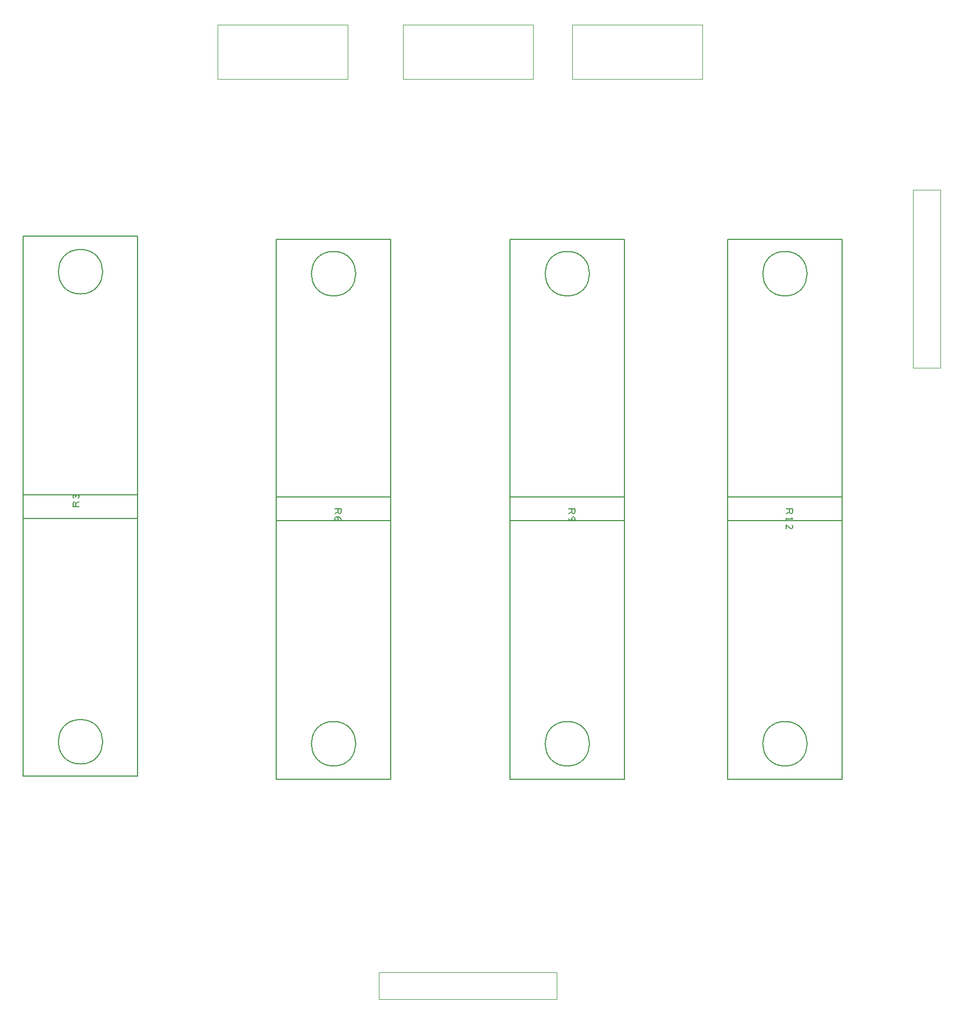
<source format=gbr>
G04 EasyPC Gerber Version 21.0.3 Build 4286 *
G04 #@! TF.Part,Single*
G04 #@! TF.FileFunction,Other,TFG_RubenGarciaSegovia_1 - Top Documentation *
G04 #@! TF.FilePolarity,Positive *
%FSLAX35Y35*%
%MOIN*%
%ADD18C,0.00197*%
%ADD17C,0.00500*%
X0Y0D02*
D02*
D17*
X16333Y476028D02*
Y141382D01*
X87199*
Y476028*
X16333*
X51766Y176470D02*
G75*
G03Y148911J-13780D01*
G01*
G75*
G03Y176470J13780*
G01*
X50828Y308360D02*
X47078D01*
Y310548*
X47391Y311173*
X48016Y311485*
X48641Y311173*
X48953Y310548*
Y308360*
Y310548D02*
X50828Y311485D01*
X50516Y313673D02*
X50828Y314298D01*
Y314923*
X50516Y315548*
X49891Y315860*
X49266Y315548*
X48953Y314923*
Y314298*
Y314923D02*
X48641Y315548D01*
X48016Y315860*
X47391Y315548*
X47078Y314923*
Y314298*
X47391Y313673*
X51766Y440250D02*
G75*
G03Y467809J13780D01*
G01*
G75*
G03Y440250J-13780*
G01*
X75388Y301116D02*
X86904D01*
X75388D02*
X16333D01*
Y315604*
X87199*
Y301116*
X185112Y314384D02*
X173596D01*
X185112D02*
X244167D01*
Y299896*
X173301*
Y314384*
X208734Y175250D02*
G75*
G03Y147691J-13780D01*
G01*
G75*
G03Y175250J13780*
G01*
X209672Y307140D02*
X213422D01*
Y304952*
X213109Y304327*
X212484Y304015*
X211859Y304327*
X211547Y304952*
Y307140*
Y304952D02*
X209672Y304015D01*
X210609Y302140D02*
X211234Y301827D01*
X211547Y301202*
Y300577*
X211234Y299952*
X210609Y299640*
X209984Y299952*
X209672Y300577*
Y301202*
X209984Y301827*
X210609Y302140*
X211547*
X212484Y301827*
X213109Y301202*
X213422Y300577*
X208734Y439030D02*
G75*
G03Y466589J13780D01*
G01*
G75*
G03Y439030J-13780*
G01*
X244167Y139472D02*
Y474118D01*
X173301*
Y139472*
X244167*
X330112Y314384D02*
X318596D01*
X330112D02*
X389167D01*
Y299896*
X318301*
Y314384*
X353734Y175250D02*
G75*
G03Y147691J-13780D01*
G01*
G75*
G03Y175250J13780*
G01*
X354672Y307140D02*
X358422D01*
Y304952*
X358109Y304327*
X357484Y304015*
X356859Y304327*
X356547Y304952*
Y307140*
Y304952D02*
X354672Y304015D01*
Y301202D02*
X354984Y300577D01*
X355609Y299952*
X356547Y299640*
X357484*
X358109Y299952*
X358422Y300577*
Y301202*
X358109Y301827*
X357484Y302140*
X356859Y301827*
X356547Y301202*
Y300577*
X356859Y299952*
X357484Y299640*
X353734Y439030D02*
G75*
G03Y466589J13780D01*
G01*
G75*
G03Y439030J-13780*
G01*
X389167Y139472D02*
Y474118D01*
X318301*
Y139472*
X389167*
X465112Y314384D02*
X453596D01*
X465112D02*
X524167D01*
Y299896*
X453301*
Y314384*
X488734Y175250D02*
G75*
G03Y147691J-13780D01*
G01*
G75*
G03Y175250J13780*
G01*
X489672Y307140D02*
X493422D01*
Y304952*
X493109Y304327*
X492484Y304015*
X491859Y304327*
X491547Y304952*
Y307140*
Y304952D02*
X489672Y304015D01*
Y301515D02*
Y300265D01*
Y300890D02*
X493422D01*
X492797Y301515*
X489672Y294640D02*
Y297140D01*
X491859Y294952*
X492484Y294640*
X493109Y294952*
X493422Y295577*
Y296515*
X493109Y297140*
X488734Y439030D02*
G75*
G03Y466589J13780D01*
G01*
G75*
G03Y439030J-13780*
G01*
X524167Y139472D02*
Y474118D01*
X453301*
Y139472*
X524167*
D02*
D18*
X136923Y573321D02*
Y607179D01*
X217632*
Y573321*
X136923*
X236923Y2967D02*
Y19896D01*
X347159*
Y2967*
X236923*
X251923Y573321D02*
Y607179D01*
X332632*
Y573321*
X251923*
X356923D02*
Y607179D01*
X437632*
Y573321*
X356923*
X585033Y394423D02*
X568104D01*
Y504659*
X585033*
Y394423*
X0Y0D02*
M02*

</source>
